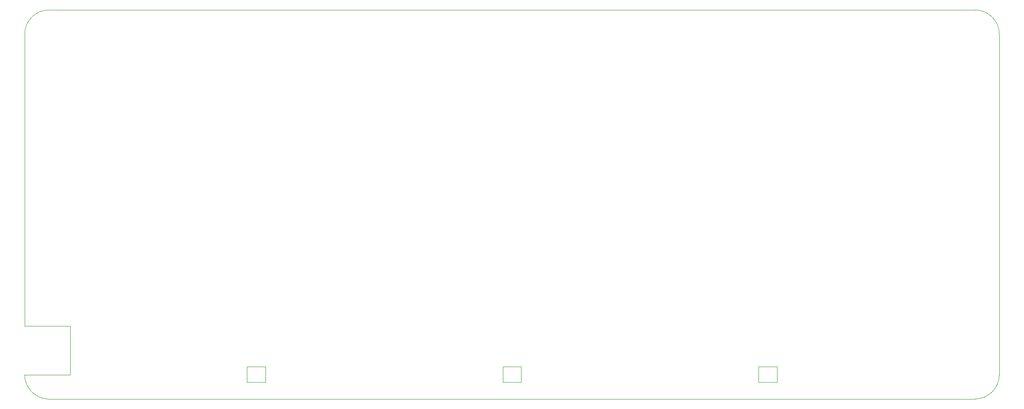
<source format=gm1>
%TF.GenerationSoftware,KiCad,Pcbnew,7.0.2-0*%
%TF.CreationDate,2023-06-01T09:18:09+08:00*%
%TF.ProjectId,Anya,416e7961-2e6b-4696-9361-645f70636258,2*%
%TF.SameCoordinates,PX917e180PY435cdf8*%
%TF.FileFunction,Profile,NP*%
%FSLAX46Y46*%
G04 Gerber Fmt 4.6, Leading zero omitted, Abs format (unit mm)*
G04 Created by KiCad (PCBNEW 7.0.2-0) date 2023-06-01 09:18:09*
%MOMM*%
%LPD*%
G01*
G04 APERTURE LIST*
%TA.AperFunction,Profile*%
%ADD10C,0.100000*%
%TD*%
%TA.AperFunction,Profile*%
%ADD11C,0.120000*%
%TD*%
G04 APERTURE END LIST*
D10*
X-95250000Y33337500D02*
X-95250000Y-23812500D01*
X-86360000Y-33337500D02*
X-95260571Y-33337500D01*
X-95260570Y-33337500D02*
G75*
G03*
X-90805000Y-38099998I4773070J0D01*
G01*
X90487500Y-38100000D02*
G75*
G03*
X95250000Y-33337500I0J4762500D01*
G01*
X-90487500Y38100000D02*
G75*
G03*
X-95250000Y33337500I0J-4762500D01*
G01*
X-95250000Y-23812500D02*
X-86360000Y-23812500D01*
X-90805000Y-38099999D02*
X90487500Y-38100000D01*
X95250000Y33337500D02*
G75*
G03*
X90487500Y38100000I-4762500J0D01*
G01*
X95250000Y-33337500D02*
X95250000Y33337500D01*
X-86360000Y-23812500D02*
X-86360000Y-33337500D01*
X90487500Y38100000D02*
X-90487500Y38100000D01*
D11*
%TO.C,LED1*%
X-51806250Y-31725000D02*
X-48206250Y-31725000D01*
X-51806250Y-34825000D02*
X-51806250Y-31725000D01*
X-48206250Y-31725000D02*
X-48206250Y-34825000D01*
X-48206250Y-34825000D02*
X-51806250Y-34825000D01*
%TO.C,LED2*%
X-1800000Y-31725000D02*
X1800000Y-31725000D01*
X-1800000Y-34825000D02*
X-1800000Y-31725000D01*
X1800000Y-31725000D02*
X1800000Y-34825000D01*
X1800000Y-34825000D02*
X-1800000Y-34825000D01*
%TO.C,LED3*%
X48206250Y-31725000D02*
X51806250Y-31725000D01*
X48206250Y-34825000D02*
X48206250Y-31725000D01*
X51806250Y-31725000D02*
X51806250Y-34825000D01*
X51806250Y-34825000D02*
X48206250Y-34825000D01*
%TD*%
M02*

</source>
